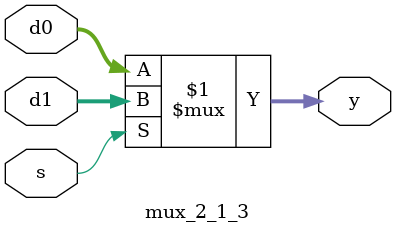
<source format=v>
`timescale 1ns / 1ps
module mux_2_1_3(d0, d1, s, y);
    input [2:0] d0;
    input [2:0] d1;
    input s;
    output [2:0] y;

assign y = s ? d1: d0 ;

endmodule


</source>
